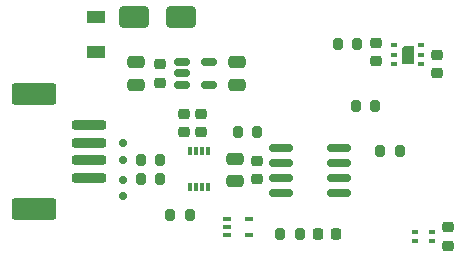
<source format=gbr>
G04 #@! TF.GenerationSoftware,KiCad,Pcbnew,8.0.2*
G04 #@! TF.CreationDate,2024-05-05T20:12:28+02:00*
G04 #@! TF.ProjectId,sensor_board_voc_temp,73656e73-6f72-45f6-926f-6172645f766f,A*
G04 #@! TF.SameCoordinates,Original*
G04 #@! TF.FileFunction,Paste,Top*
G04 #@! TF.FilePolarity,Positive*
%FSLAX46Y46*%
G04 Gerber Fmt 4.6, Leading zero omitted, Abs format (unit mm)*
G04 Created by KiCad (PCBNEW 8.0.2) date 2024-05-05 20:12:28*
%MOMM*%
%LPD*%
G01*
G04 APERTURE LIST*
G04 Aperture macros list*
%AMRoundRect*
0 Rectangle with rounded corners*
0 $1 Rounding radius*
0 $2 $3 $4 $5 $6 $7 $8 $9 X,Y pos of 4 corners*
0 Add a 4 corners polygon primitive as box body*
4,1,4,$2,$3,$4,$5,$6,$7,$8,$9,$2,$3,0*
0 Add four circle primitives for the rounded corners*
1,1,$1+$1,$2,$3*
1,1,$1+$1,$4,$5*
1,1,$1+$1,$6,$7*
1,1,$1+$1,$8,$9*
0 Add four rect primitives between the rounded corners*
20,1,$1+$1,$2,$3,$4,$5,0*
20,1,$1+$1,$4,$5,$6,$7,0*
20,1,$1+$1,$6,$7,$8,$9,0*
20,1,$1+$1,$8,$9,$2,$3,0*%
%AMFreePoly0*
4,1,6,0.525000,-0.750000,-0.525000,-0.750000,-0.525000,0.508578,-0.283578,0.750000,0.525000,0.750000,0.525000,-0.750000,0.525000,-0.750000,$1*%
G04 Aperture macros list end*
%ADD10RoundRect,0.200000X-1.250000X0.200000X-1.250000X-0.200000X1.250000X-0.200000X1.250000X0.200000X0*%
%ADD11RoundRect,0.250000X-1.650000X0.650000X-1.650000X-0.650000X1.650000X-0.650000X1.650000X0.650000X0*%
%ADD12RoundRect,0.250000X-1.000000X-0.650000X1.000000X-0.650000X1.000000X0.650000X-1.000000X0.650000X0*%
%ADD13RoundRect,0.200000X-0.200000X-0.275000X0.200000X-0.275000X0.200000X0.275000X-0.200000X0.275000X0*%
%ADD14RoundRect,0.225000X0.250000X-0.225000X0.250000X0.225000X-0.250000X0.225000X-0.250000X-0.225000X0*%
%ADD15RoundRect,0.250000X-0.475000X0.250000X-0.475000X-0.250000X0.475000X-0.250000X0.475000X0.250000X0*%
%ADD16RoundRect,0.200000X0.200000X0.275000X-0.200000X0.275000X-0.200000X-0.275000X0.200000X-0.275000X0*%
%ADD17RoundRect,0.150000X0.200000X-0.150000X0.200000X0.150000X-0.200000X0.150000X-0.200000X-0.150000X0*%
%ADD18RoundRect,0.150000X-0.200000X0.150000X-0.200000X-0.150000X0.200000X-0.150000X0.200000X0.150000X0*%
%ADD19R,0.500000X0.300000*%
%ADD20RoundRect,0.218750X-0.218750X-0.256250X0.218750X-0.256250X0.218750X0.256250X-0.218750X0.256250X0*%
%ADD21R,1.600000X1.000000*%
%ADD22RoundRect,0.225000X-0.250000X0.225000X-0.250000X-0.225000X0.250000X-0.225000X0.250000X0.225000X0*%
%ADD23R,0.300000X0.800000*%
%ADD24RoundRect,0.150000X-0.825000X-0.150000X0.825000X-0.150000X0.825000X0.150000X-0.825000X0.150000X0*%
%ADD25RoundRect,0.100000X-0.175000X-0.100000X0.175000X-0.100000X0.175000X0.100000X-0.175000X0.100000X0*%
%ADD26FreePoly0,0.000000*%
%ADD27RoundRect,0.100000X-0.225000X-0.100000X0.225000X-0.100000X0.225000X0.100000X-0.225000X0.100000X0*%
%ADD28RoundRect,0.150000X-0.512500X-0.150000X0.512500X-0.150000X0.512500X0.150000X-0.512500X0.150000X0*%
G04 APERTURE END LIST*
D10*
X38200000Y-41250000D03*
X38200000Y-42750000D03*
X38200000Y-44250000D03*
X38200000Y-45750000D03*
D11*
X33500000Y-38650000D03*
X33500000Y-48350000D03*
D12*
X42000000Y-32100000D03*
X46000000Y-32100000D03*
D13*
X42575000Y-45800000D03*
X44225000Y-45800000D03*
D14*
X47700000Y-41875000D03*
X47700000Y-40325000D03*
D15*
X42200000Y-35950000D03*
X42200000Y-37850000D03*
D13*
X59250000Y-34400000D03*
X60900000Y-34400000D03*
D16*
X44225000Y-44200000D03*
X42575000Y-44200000D03*
X56025000Y-50500000D03*
X54375000Y-50500000D03*
D17*
X41100000Y-45900000D03*
X41100000Y-47300000D03*
D18*
X41100000Y-44200000D03*
X41100000Y-42800000D03*
D14*
X46200000Y-41875000D03*
X46200000Y-40325000D03*
X68600000Y-51475000D03*
X68600000Y-49925000D03*
D19*
X65800000Y-50300000D03*
X65800000Y-51100000D03*
X67200000Y-51100000D03*
X67200000Y-50300000D03*
D20*
X57577500Y-50460000D03*
X59152500Y-50460000D03*
D21*
X38800000Y-35100000D03*
X38800000Y-32100000D03*
D22*
X62475000Y-34325000D03*
X62475000Y-35875000D03*
D13*
X60775000Y-39700000D03*
X62425000Y-39700000D03*
D22*
X44200000Y-36125000D03*
X44200000Y-37675000D03*
D15*
X50600000Y-44150000D03*
X50600000Y-46050000D03*
X50700000Y-35950000D03*
X50700000Y-37850000D03*
D23*
X46750000Y-46550000D03*
X47250000Y-46550000D03*
X47750000Y-46550000D03*
X48250000Y-46550000D03*
X48250000Y-43450000D03*
X47750000Y-43450000D03*
X47250000Y-43450000D03*
X46750000Y-43450000D03*
D24*
X54425000Y-43195000D03*
X54425000Y-44465000D03*
X54425000Y-45735000D03*
X54425000Y-47005000D03*
X59375000Y-47005000D03*
X59375000Y-45735000D03*
X59375000Y-44465000D03*
X59375000Y-43195000D03*
D25*
X64025000Y-34500000D03*
X64025000Y-35300000D03*
X64025000Y-36100000D03*
X66325000Y-36100000D03*
X66325000Y-35300000D03*
X66325000Y-34500000D03*
D26*
X65175000Y-35300000D03*
D27*
X49850000Y-49250000D03*
X49850000Y-49900000D03*
X49850000Y-50550000D03*
X51750000Y-50550000D03*
X51750000Y-49250000D03*
D13*
X62875000Y-43500000D03*
X64525000Y-43500000D03*
D22*
X52400000Y-44325000D03*
X52400000Y-45875000D03*
D13*
X50775000Y-41900000D03*
X52425000Y-41900000D03*
D22*
X67675000Y-35325000D03*
X67675000Y-36875000D03*
D16*
X46725000Y-48900000D03*
X45075000Y-48900000D03*
D28*
X46062500Y-35950000D03*
X46062500Y-36900000D03*
X46062500Y-37850000D03*
X48337500Y-37850000D03*
X48337500Y-35950000D03*
M02*

</source>
